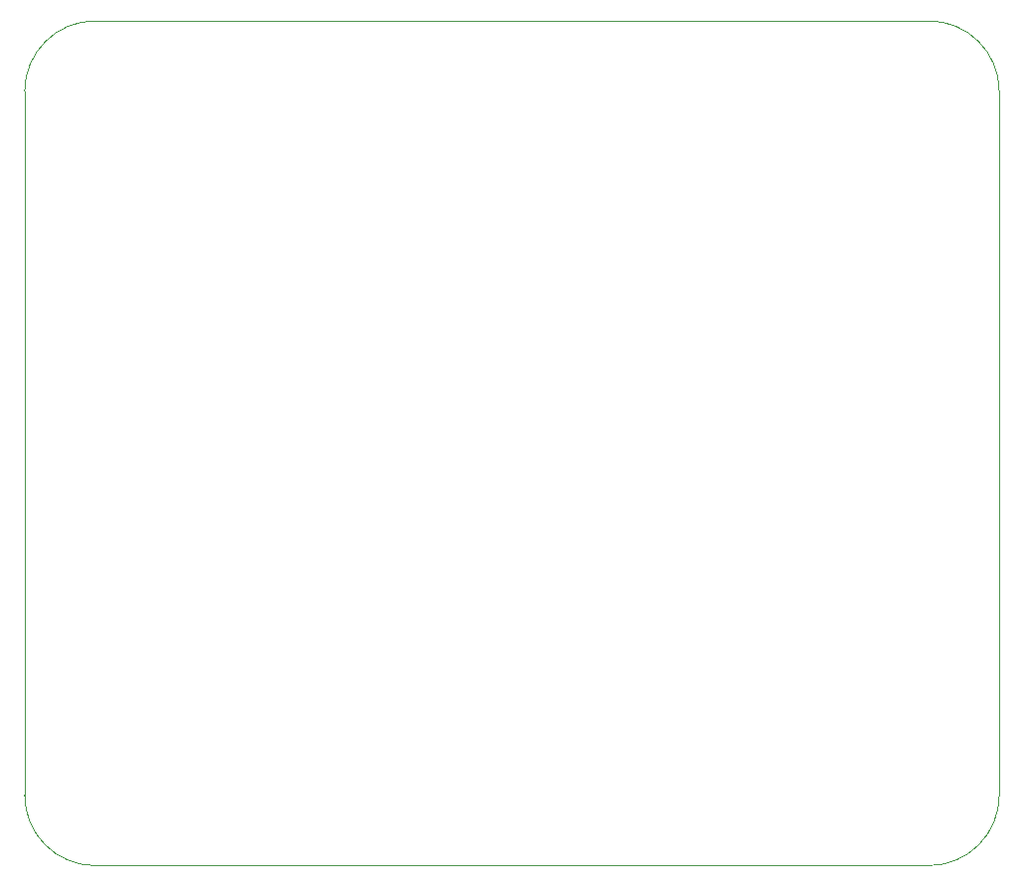
<source format=gbr>
%TF.GenerationSoftware,KiCad,Pcbnew,5.1.8*%
%TF.CreationDate,2020-11-30T19:00:25+01:00*%
%TF.ProjectId,livello_serbatoio_definitiva,6c697665-6c6c-46f5-9f73-65726261746f,rev?*%
%TF.SameCoordinates,Original*%
%TF.FileFunction,Profile,NP*%
%FSLAX46Y46*%
G04 Gerber Fmt 4.6, Leading zero omitted, Abs format (unit mm)*
G04 Created by KiCad (PCBNEW 5.1.8) date 2020-11-30 19:00:25*
%MOMM*%
%LPD*%
G01*
G04 APERTURE LIST*
%TA.AperFunction,Profile*%
%ADD10C,0.050000*%
%TD*%
G04 APERTURE END LIST*
D10*
X164000000Y-68000000D02*
G75*
G02*
X170000000Y-74000000I0J-6000000D01*
G01*
X93000000Y-68000000D02*
X164000000Y-68000000D01*
X170000000Y-134000000D02*
X170000000Y-74000000D01*
X93000000Y-140000000D02*
X164000000Y-140000000D01*
X87000000Y-74000000D02*
X87000000Y-134000000D01*
X93000000Y-140000000D02*
G75*
G02*
X87000000Y-134000000I0J6000000D01*
G01*
X170000000Y-134000000D02*
G75*
G02*
X164000000Y-140000000I-6000000J0D01*
G01*
X87000000Y-74000000D02*
G75*
G02*
X93000000Y-68000000I6000000J0D01*
G01*
M02*

</source>
